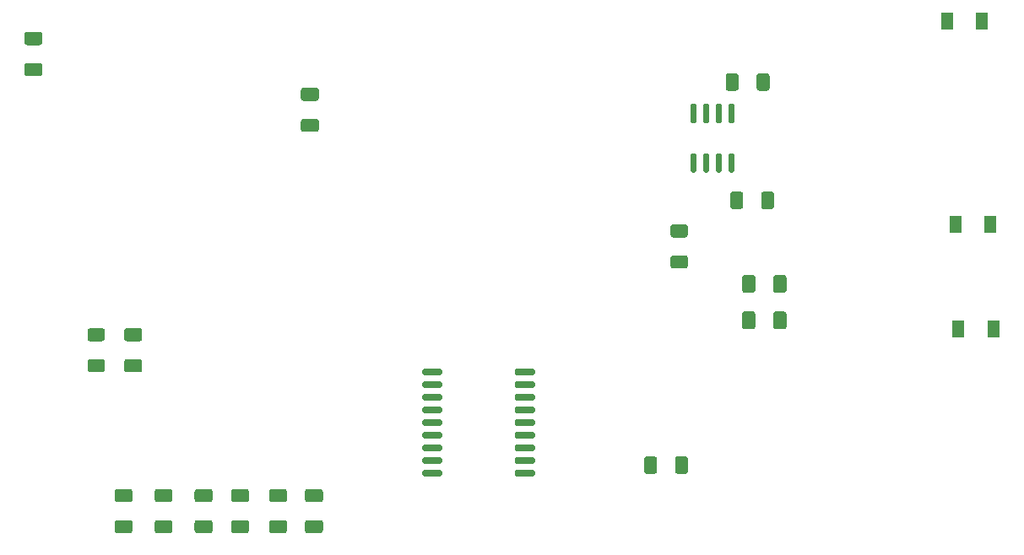
<source format=gbr>
%TF.GenerationSoftware,KiCad,Pcbnew,(5.1.10-1-10_14)*%
%TF.CreationDate,2022-01-10T15:26:04+01:00*%
%TF.ProjectId,E16 BMS Master,45313620-424d-4532-904d-61737465722e,rev?*%
%TF.SameCoordinates,Original*%
%TF.FileFunction,Paste,Bot*%
%TF.FilePolarity,Positive*%
%FSLAX46Y46*%
G04 Gerber Fmt 4.6, Leading zero omitted, Abs format (unit mm)*
G04 Created by KiCad (PCBNEW (5.1.10-1-10_14)) date 2022-01-10 15:26:04*
%MOMM*%
%LPD*%
G01*
G04 APERTURE LIST*
%ADD10R,1.300000X1.700000*%
G04 APERTURE END LIST*
%TO.C,C12*%
G36*
G01*
X112003601Y-112333200D02*
X110703599Y-112333200D01*
G75*
G02*
X110453600Y-112083201I0J249999D01*
G01*
X110453600Y-111258199D01*
G75*
G02*
X110703599Y-111008200I249999J0D01*
G01*
X112003601Y-111008200D01*
G75*
G02*
X112253600Y-111258199I0J-249999D01*
G01*
X112253600Y-112083201D01*
G75*
G02*
X112003601Y-112333200I-249999J0D01*
G01*
G37*
G36*
G01*
X112003601Y-115458200D02*
X110703599Y-115458200D01*
G75*
G02*
X110453600Y-115208201I0J249999D01*
G01*
X110453600Y-114383199D01*
G75*
G02*
X110703599Y-114133200I249999J0D01*
G01*
X112003601Y-114133200D01*
G75*
G02*
X112253600Y-114383199I0J-249999D01*
G01*
X112253600Y-115208201D01*
G75*
G02*
X112003601Y-115458200I-249999J0D01*
G01*
G37*
%TD*%
%TO.C,U5*%
G36*
G01*
X152381800Y-144985600D02*
X152381800Y-145285600D01*
G75*
G02*
X152231800Y-145435600I-150000J0D01*
G01*
X150481800Y-145435600D01*
G75*
G02*
X150331800Y-145285600I0J150000D01*
G01*
X150331800Y-144985600D01*
G75*
G02*
X150481800Y-144835600I150000J0D01*
G01*
X152231800Y-144835600D01*
G75*
G02*
X152381800Y-144985600I0J-150000D01*
G01*
G37*
G36*
G01*
X152381800Y-146255600D02*
X152381800Y-146555600D01*
G75*
G02*
X152231800Y-146705600I-150000J0D01*
G01*
X150481800Y-146705600D01*
G75*
G02*
X150331800Y-146555600I0J150000D01*
G01*
X150331800Y-146255600D01*
G75*
G02*
X150481800Y-146105600I150000J0D01*
G01*
X152231800Y-146105600D01*
G75*
G02*
X152381800Y-146255600I0J-150000D01*
G01*
G37*
G36*
G01*
X152381800Y-147525600D02*
X152381800Y-147825600D01*
G75*
G02*
X152231800Y-147975600I-150000J0D01*
G01*
X150481800Y-147975600D01*
G75*
G02*
X150331800Y-147825600I0J150000D01*
G01*
X150331800Y-147525600D01*
G75*
G02*
X150481800Y-147375600I150000J0D01*
G01*
X152231800Y-147375600D01*
G75*
G02*
X152381800Y-147525600I0J-150000D01*
G01*
G37*
G36*
G01*
X152381800Y-148795600D02*
X152381800Y-149095600D01*
G75*
G02*
X152231800Y-149245600I-150000J0D01*
G01*
X150481800Y-149245600D01*
G75*
G02*
X150331800Y-149095600I0J150000D01*
G01*
X150331800Y-148795600D01*
G75*
G02*
X150481800Y-148645600I150000J0D01*
G01*
X152231800Y-148645600D01*
G75*
G02*
X152381800Y-148795600I0J-150000D01*
G01*
G37*
G36*
G01*
X152381800Y-150065600D02*
X152381800Y-150365600D01*
G75*
G02*
X152231800Y-150515600I-150000J0D01*
G01*
X150481800Y-150515600D01*
G75*
G02*
X150331800Y-150365600I0J150000D01*
G01*
X150331800Y-150065600D01*
G75*
G02*
X150481800Y-149915600I150000J0D01*
G01*
X152231800Y-149915600D01*
G75*
G02*
X152381800Y-150065600I0J-150000D01*
G01*
G37*
G36*
G01*
X152381800Y-151335600D02*
X152381800Y-151635600D01*
G75*
G02*
X152231800Y-151785600I-150000J0D01*
G01*
X150481800Y-151785600D01*
G75*
G02*
X150331800Y-151635600I0J150000D01*
G01*
X150331800Y-151335600D01*
G75*
G02*
X150481800Y-151185600I150000J0D01*
G01*
X152231800Y-151185600D01*
G75*
G02*
X152381800Y-151335600I0J-150000D01*
G01*
G37*
G36*
G01*
X152381800Y-152605600D02*
X152381800Y-152905600D01*
G75*
G02*
X152231800Y-153055600I-150000J0D01*
G01*
X150481800Y-153055600D01*
G75*
G02*
X150331800Y-152905600I0J150000D01*
G01*
X150331800Y-152605600D01*
G75*
G02*
X150481800Y-152455600I150000J0D01*
G01*
X152231800Y-152455600D01*
G75*
G02*
X152381800Y-152605600I0J-150000D01*
G01*
G37*
G36*
G01*
X152381800Y-153875600D02*
X152381800Y-154175600D01*
G75*
G02*
X152231800Y-154325600I-150000J0D01*
G01*
X150481800Y-154325600D01*
G75*
G02*
X150331800Y-154175600I0J150000D01*
G01*
X150331800Y-153875600D01*
G75*
G02*
X150481800Y-153725600I150000J0D01*
G01*
X152231800Y-153725600D01*
G75*
G02*
X152381800Y-153875600I0J-150000D01*
G01*
G37*
G36*
G01*
X152381800Y-155145600D02*
X152381800Y-155445600D01*
G75*
G02*
X152231800Y-155595600I-150000J0D01*
G01*
X150481800Y-155595600D01*
G75*
G02*
X150331800Y-155445600I0J150000D01*
G01*
X150331800Y-155145600D01*
G75*
G02*
X150481800Y-154995600I150000J0D01*
G01*
X152231800Y-154995600D01*
G75*
G02*
X152381800Y-155145600I0J-150000D01*
G01*
G37*
G36*
G01*
X161681800Y-155145600D02*
X161681800Y-155445600D01*
G75*
G02*
X161531800Y-155595600I-150000J0D01*
G01*
X159781800Y-155595600D01*
G75*
G02*
X159631800Y-155445600I0J150000D01*
G01*
X159631800Y-155145600D01*
G75*
G02*
X159781800Y-154995600I150000J0D01*
G01*
X161531800Y-154995600D01*
G75*
G02*
X161681800Y-155145600I0J-150000D01*
G01*
G37*
G36*
G01*
X161681800Y-153875600D02*
X161681800Y-154175600D01*
G75*
G02*
X161531800Y-154325600I-150000J0D01*
G01*
X159781800Y-154325600D01*
G75*
G02*
X159631800Y-154175600I0J150000D01*
G01*
X159631800Y-153875600D01*
G75*
G02*
X159781800Y-153725600I150000J0D01*
G01*
X161531800Y-153725600D01*
G75*
G02*
X161681800Y-153875600I0J-150000D01*
G01*
G37*
G36*
G01*
X161681800Y-152605600D02*
X161681800Y-152905600D01*
G75*
G02*
X161531800Y-153055600I-150000J0D01*
G01*
X159781800Y-153055600D01*
G75*
G02*
X159631800Y-152905600I0J150000D01*
G01*
X159631800Y-152605600D01*
G75*
G02*
X159781800Y-152455600I150000J0D01*
G01*
X161531800Y-152455600D01*
G75*
G02*
X161681800Y-152605600I0J-150000D01*
G01*
G37*
G36*
G01*
X161681800Y-151335600D02*
X161681800Y-151635600D01*
G75*
G02*
X161531800Y-151785600I-150000J0D01*
G01*
X159781800Y-151785600D01*
G75*
G02*
X159631800Y-151635600I0J150000D01*
G01*
X159631800Y-151335600D01*
G75*
G02*
X159781800Y-151185600I150000J0D01*
G01*
X161531800Y-151185600D01*
G75*
G02*
X161681800Y-151335600I0J-150000D01*
G01*
G37*
G36*
G01*
X161681800Y-150065600D02*
X161681800Y-150365600D01*
G75*
G02*
X161531800Y-150515600I-150000J0D01*
G01*
X159781800Y-150515600D01*
G75*
G02*
X159631800Y-150365600I0J150000D01*
G01*
X159631800Y-150065600D01*
G75*
G02*
X159781800Y-149915600I150000J0D01*
G01*
X161531800Y-149915600D01*
G75*
G02*
X161681800Y-150065600I0J-150000D01*
G01*
G37*
G36*
G01*
X161681800Y-148795600D02*
X161681800Y-149095600D01*
G75*
G02*
X161531800Y-149245600I-150000J0D01*
G01*
X159781800Y-149245600D01*
G75*
G02*
X159631800Y-149095600I0J150000D01*
G01*
X159631800Y-148795600D01*
G75*
G02*
X159781800Y-148645600I150000J0D01*
G01*
X161531800Y-148645600D01*
G75*
G02*
X161681800Y-148795600I0J-150000D01*
G01*
G37*
G36*
G01*
X161681800Y-147525600D02*
X161681800Y-147825600D01*
G75*
G02*
X161531800Y-147975600I-150000J0D01*
G01*
X159781800Y-147975600D01*
G75*
G02*
X159631800Y-147825600I0J150000D01*
G01*
X159631800Y-147525600D01*
G75*
G02*
X159781800Y-147375600I150000J0D01*
G01*
X161531800Y-147375600D01*
G75*
G02*
X161681800Y-147525600I0J-150000D01*
G01*
G37*
G36*
G01*
X161681800Y-146255600D02*
X161681800Y-146555600D01*
G75*
G02*
X161531800Y-146705600I-150000J0D01*
G01*
X159781800Y-146705600D01*
G75*
G02*
X159631800Y-146555600I0J150000D01*
G01*
X159631800Y-146255600D01*
G75*
G02*
X159781800Y-146105600I150000J0D01*
G01*
X161531800Y-146105600D01*
G75*
G02*
X161681800Y-146255600I0J-150000D01*
G01*
G37*
G36*
G01*
X161681800Y-144985600D02*
X161681800Y-145285600D01*
G75*
G02*
X161531800Y-145435600I-150000J0D01*
G01*
X159781800Y-145435600D01*
G75*
G02*
X159631800Y-145285600I0J150000D01*
G01*
X159631800Y-144985600D01*
G75*
G02*
X159781800Y-144835600I150000J0D01*
G01*
X161531800Y-144835600D01*
G75*
G02*
X161681800Y-144985600I0J-150000D01*
G01*
G37*
%TD*%
%TO.C,U4*%
G36*
G01*
X181531400Y-120166000D02*
X181231400Y-120166000D01*
G75*
G02*
X181081400Y-120016000I0J150000D01*
G01*
X181081400Y-118366000D01*
G75*
G02*
X181231400Y-118216000I150000J0D01*
G01*
X181531400Y-118216000D01*
G75*
G02*
X181681400Y-118366000I0J-150000D01*
G01*
X181681400Y-120016000D01*
G75*
G02*
X181531400Y-120166000I-150000J0D01*
G01*
G37*
G36*
G01*
X180261400Y-120166000D02*
X179961400Y-120166000D01*
G75*
G02*
X179811400Y-120016000I0J150000D01*
G01*
X179811400Y-118366000D01*
G75*
G02*
X179961400Y-118216000I150000J0D01*
G01*
X180261400Y-118216000D01*
G75*
G02*
X180411400Y-118366000I0J-150000D01*
G01*
X180411400Y-120016000D01*
G75*
G02*
X180261400Y-120166000I-150000J0D01*
G01*
G37*
G36*
G01*
X178991400Y-120166000D02*
X178691400Y-120166000D01*
G75*
G02*
X178541400Y-120016000I0J150000D01*
G01*
X178541400Y-118366000D01*
G75*
G02*
X178691400Y-118216000I150000J0D01*
G01*
X178991400Y-118216000D01*
G75*
G02*
X179141400Y-118366000I0J-150000D01*
G01*
X179141400Y-120016000D01*
G75*
G02*
X178991400Y-120166000I-150000J0D01*
G01*
G37*
G36*
G01*
X177721400Y-120166000D02*
X177421400Y-120166000D01*
G75*
G02*
X177271400Y-120016000I0J150000D01*
G01*
X177271400Y-118366000D01*
G75*
G02*
X177421400Y-118216000I150000J0D01*
G01*
X177721400Y-118216000D01*
G75*
G02*
X177871400Y-118366000I0J-150000D01*
G01*
X177871400Y-120016000D01*
G75*
G02*
X177721400Y-120166000I-150000J0D01*
G01*
G37*
G36*
G01*
X177721400Y-125116000D02*
X177421400Y-125116000D01*
G75*
G02*
X177271400Y-124966000I0J150000D01*
G01*
X177271400Y-123316000D01*
G75*
G02*
X177421400Y-123166000I150000J0D01*
G01*
X177721400Y-123166000D01*
G75*
G02*
X177871400Y-123316000I0J-150000D01*
G01*
X177871400Y-124966000D01*
G75*
G02*
X177721400Y-125116000I-150000J0D01*
G01*
G37*
G36*
G01*
X178991400Y-125116000D02*
X178691400Y-125116000D01*
G75*
G02*
X178541400Y-124966000I0J150000D01*
G01*
X178541400Y-123316000D01*
G75*
G02*
X178691400Y-123166000I150000J0D01*
G01*
X178991400Y-123166000D01*
G75*
G02*
X179141400Y-123316000I0J-150000D01*
G01*
X179141400Y-124966000D01*
G75*
G02*
X178991400Y-125116000I-150000J0D01*
G01*
G37*
G36*
G01*
X180261400Y-125116000D02*
X179961400Y-125116000D01*
G75*
G02*
X179811400Y-124966000I0J150000D01*
G01*
X179811400Y-123316000D01*
G75*
G02*
X179961400Y-123166000I150000J0D01*
G01*
X180261400Y-123166000D01*
G75*
G02*
X180411400Y-123316000I0J-150000D01*
G01*
X180411400Y-124966000D01*
G75*
G02*
X180261400Y-125116000I-150000J0D01*
G01*
G37*
G36*
G01*
X181531400Y-125116000D02*
X181231400Y-125116000D01*
G75*
G02*
X181081400Y-124966000I0J150000D01*
G01*
X181081400Y-123316000D01*
G75*
G02*
X181231400Y-123166000I150000J0D01*
G01*
X181531400Y-123166000D01*
G75*
G02*
X181681400Y-123316000I0J-150000D01*
G01*
X181681400Y-124966000D01*
G75*
G02*
X181531400Y-125116000I-150000J0D01*
G01*
G37*
%TD*%
%TO.C,R14*%
G36*
G01*
X117027800Y-143851200D02*
X118277800Y-143851200D01*
G75*
G02*
X118527800Y-144101200I0J-250000D01*
G01*
X118527800Y-144901200D01*
G75*
G02*
X118277800Y-145151200I-250000J0D01*
G01*
X117027800Y-145151200D01*
G75*
G02*
X116777800Y-144901200I0J250000D01*
G01*
X116777800Y-144101200D01*
G75*
G02*
X117027800Y-143851200I250000J0D01*
G01*
G37*
G36*
G01*
X117027800Y-140751200D02*
X118277800Y-140751200D01*
G75*
G02*
X118527800Y-141001200I0J-250000D01*
G01*
X118527800Y-141801200D01*
G75*
G02*
X118277800Y-142051200I-250000J0D01*
G01*
X117027800Y-142051200D01*
G75*
G02*
X116777800Y-141801200I0J250000D01*
G01*
X116777800Y-141001200D01*
G75*
G02*
X117027800Y-140751200I250000J0D01*
G01*
G37*
%TD*%
%TO.C,R12*%
G36*
G01*
X183881600Y-116652200D02*
X183881600Y-115402200D01*
G75*
G02*
X184131600Y-115152200I250000J0D01*
G01*
X184931600Y-115152200D01*
G75*
G02*
X185181600Y-115402200I0J-250000D01*
G01*
X185181600Y-116652200D01*
G75*
G02*
X184931600Y-116902200I-250000J0D01*
G01*
X184131600Y-116902200D01*
G75*
G02*
X183881600Y-116652200I0J250000D01*
G01*
G37*
G36*
G01*
X180781600Y-116652200D02*
X180781600Y-115402200D01*
G75*
G02*
X181031600Y-115152200I250000J0D01*
G01*
X181831600Y-115152200D01*
G75*
G02*
X182081600Y-115402200I0J-250000D01*
G01*
X182081600Y-116652200D01*
G75*
G02*
X181831600Y-116902200I-250000J0D01*
G01*
X181031600Y-116902200D01*
G75*
G02*
X180781600Y-116652200I0J250000D01*
G01*
G37*
%TD*%
%TO.C,R11*%
G36*
G01*
X184338800Y-128539400D02*
X184338800Y-127289400D01*
G75*
G02*
X184588800Y-127039400I250000J0D01*
G01*
X185388800Y-127039400D01*
G75*
G02*
X185638800Y-127289400I0J-250000D01*
G01*
X185638800Y-128539400D01*
G75*
G02*
X185388800Y-128789400I-250000J0D01*
G01*
X184588800Y-128789400D01*
G75*
G02*
X184338800Y-128539400I0J250000D01*
G01*
G37*
G36*
G01*
X181238800Y-128539400D02*
X181238800Y-127289400D01*
G75*
G02*
X181488800Y-127039400I250000J0D01*
G01*
X182288800Y-127039400D01*
G75*
G02*
X182538800Y-127289400I0J-250000D01*
G01*
X182538800Y-128539400D01*
G75*
G02*
X182288800Y-128789400I-250000J0D01*
G01*
X181488800Y-128789400D01*
G75*
G02*
X181238800Y-128539400I0J250000D01*
G01*
G37*
%TD*%
%TO.C,R10*%
G36*
G01*
X175498600Y-133437200D02*
X176748600Y-133437200D01*
G75*
G02*
X176998600Y-133687200I0J-250000D01*
G01*
X176998600Y-134487200D01*
G75*
G02*
X176748600Y-134737200I-250000J0D01*
G01*
X175498600Y-134737200D01*
G75*
G02*
X175248600Y-134487200I0J250000D01*
G01*
X175248600Y-133687200D01*
G75*
G02*
X175498600Y-133437200I250000J0D01*
G01*
G37*
G36*
G01*
X175498600Y-130337200D02*
X176748600Y-130337200D01*
G75*
G02*
X176998600Y-130587200I0J-250000D01*
G01*
X176998600Y-131387200D01*
G75*
G02*
X176748600Y-131637200I-250000J0D01*
G01*
X175498600Y-131637200D01*
G75*
G02*
X175248600Y-131387200I0J250000D01*
G01*
X175248600Y-130587200D01*
G75*
G02*
X175498600Y-130337200I250000J0D01*
G01*
G37*
%TD*%
%TO.C,R8*%
G36*
G01*
X173902800Y-153857800D02*
X173902800Y-155107800D01*
G75*
G02*
X173652800Y-155357800I-250000J0D01*
G01*
X172852800Y-155357800D01*
G75*
G02*
X172602800Y-155107800I0J250000D01*
G01*
X172602800Y-153857800D01*
G75*
G02*
X172852800Y-153607800I250000J0D01*
G01*
X173652800Y-153607800D01*
G75*
G02*
X173902800Y-153857800I0J-250000D01*
G01*
G37*
G36*
G01*
X177002800Y-153857800D02*
X177002800Y-155107800D01*
G75*
G02*
X176752800Y-155357800I-250000J0D01*
G01*
X175952800Y-155357800D01*
G75*
G02*
X175702800Y-155107800I0J250000D01*
G01*
X175702800Y-153857800D01*
G75*
G02*
X175952800Y-153607800I250000J0D01*
G01*
X176752800Y-153607800D01*
G75*
G02*
X177002800Y-153857800I0J-250000D01*
G01*
G37*
%TD*%
D10*
%TO.C,D3*%
X207642400Y-140817600D03*
X204142400Y-140817600D03*
%TD*%
%TO.C,D2*%
X207337600Y-130352800D03*
X203837600Y-130352800D03*
%TD*%
%TO.C,D1*%
X206474000Y-109931200D03*
X202974000Y-109931200D03*
%TD*%
%TO.C,C11*%
G36*
G01*
X135239999Y-160005600D02*
X136540001Y-160005600D01*
G75*
G02*
X136790000Y-160255599I0J-249999D01*
G01*
X136790000Y-161080601D01*
G75*
G02*
X136540001Y-161330600I-249999J0D01*
G01*
X135239999Y-161330600D01*
G75*
G02*
X134990000Y-161080601I0J249999D01*
G01*
X134990000Y-160255599D01*
G75*
G02*
X135239999Y-160005600I249999J0D01*
G01*
G37*
G36*
G01*
X135239999Y-156880600D02*
X136540001Y-156880600D01*
G75*
G02*
X136790000Y-157130599I0J-249999D01*
G01*
X136790000Y-157955601D01*
G75*
G02*
X136540001Y-158205600I-249999J0D01*
G01*
X135239999Y-158205600D01*
G75*
G02*
X134990000Y-157955601I0J249999D01*
G01*
X134990000Y-157130599D01*
G75*
G02*
X135239999Y-156880600I249999J0D01*
G01*
G37*
%TD*%
%TO.C,C10*%
G36*
G01*
X122011201Y-142051200D02*
X120711199Y-142051200D01*
G75*
G02*
X120461200Y-141801201I0J249999D01*
G01*
X120461200Y-140976199D01*
G75*
G02*
X120711199Y-140726200I249999J0D01*
G01*
X122011201Y-140726200D01*
G75*
G02*
X122261200Y-140976199I0J-249999D01*
G01*
X122261200Y-141801201D01*
G75*
G02*
X122011201Y-142051200I-249999J0D01*
G01*
G37*
G36*
G01*
X122011201Y-145176200D02*
X120711199Y-145176200D01*
G75*
G02*
X120461200Y-144926201I0J249999D01*
G01*
X120461200Y-144101199D01*
G75*
G02*
X120711199Y-143851200I249999J0D01*
G01*
X122011201Y-143851200D01*
G75*
G02*
X122261200Y-144101199I0J-249999D01*
G01*
X122261200Y-144926201D01*
G75*
G02*
X122011201Y-145176200I-249999J0D01*
G01*
G37*
%TD*%
%TO.C,C9*%
G36*
G01*
X119745999Y-160005600D02*
X121046001Y-160005600D01*
G75*
G02*
X121296000Y-160255599I0J-249999D01*
G01*
X121296000Y-161080601D01*
G75*
G02*
X121046001Y-161330600I-249999J0D01*
G01*
X119745999Y-161330600D01*
G75*
G02*
X119496000Y-161080601I0J249999D01*
G01*
X119496000Y-160255599D01*
G75*
G02*
X119745999Y-160005600I249999J0D01*
G01*
G37*
G36*
G01*
X119745999Y-156880600D02*
X121046001Y-156880600D01*
G75*
G02*
X121296000Y-157130599I0J-249999D01*
G01*
X121296000Y-157955601D01*
G75*
G02*
X121046001Y-158205600I-249999J0D01*
G01*
X119745999Y-158205600D01*
G75*
G02*
X119496000Y-157955601I0J249999D01*
G01*
X119496000Y-157130599D01*
G75*
G02*
X119745999Y-156880600I249999J0D01*
G01*
G37*
%TD*%
%TO.C,C8*%
G36*
G01*
X131429999Y-160005600D02*
X132730001Y-160005600D01*
G75*
G02*
X132980000Y-160255599I0J-249999D01*
G01*
X132980000Y-161080601D01*
G75*
G02*
X132730001Y-161330600I-249999J0D01*
G01*
X131429999Y-161330600D01*
G75*
G02*
X131180000Y-161080601I0J249999D01*
G01*
X131180000Y-160255599D01*
G75*
G02*
X131429999Y-160005600I249999J0D01*
G01*
G37*
G36*
G01*
X131429999Y-156880600D02*
X132730001Y-156880600D01*
G75*
G02*
X132980000Y-157130599I0J-249999D01*
G01*
X132980000Y-157955601D01*
G75*
G02*
X132730001Y-158205600I-249999J0D01*
G01*
X131429999Y-158205600D01*
G75*
G02*
X131180000Y-157955601I0J249999D01*
G01*
X131180000Y-157130599D01*
G75*
G02*
X131429999Y-156880600I249999J0D01*
G01*
G37*
%TD*%
%TO.C,C7*%
G36*
G01*
X138846799Y-160005600D02*
X140146801Y-160005600D01*
G75*
G02*
X140396800Y-160255599I0J-249999D01*
G01*
X140396800Y-161080601D01*
G75*
G02*
X140146801Y-161330600I-249999J0D01*
G01*
X138846799Y-161330600D01*
G75*
G02*
X138596800Y-161080601I0J249999D01*
G01*
X138596800Y-160255599D01*
G75*
G02*
X138846799Y-160005600I249999J0D01*
G01*
G37*
G36*
G01*
X138846799Y-156880600D02*
X140146801Y-156880600D01*
G75*
G02*
X140396800Y-157130599I0J-249999D01*
G01*
X140396800Y-157955601D01*
G75*
G02*
X140146801Y-158205600I-249999J0D01*
G01*
X138846799Y-158205600D01*
G75*
G02*
X138596800Y-157955601I0J249999D01*
G01*
X138596800Y-157130599D01*
G75*
G02*
X138846799Y-156880600I249999J0D01*
G01*
G37*
%TD*%
%TO.C,C6*%
G36*
G01*
X185558000Y-140604001D02*
X185558000Y-139303999D01*
G75*
G02*
X185807999Y-139054000I249999J0D01*
G01*
X186633001Y-139054000D01*
G75*
G02*
X186883000Y-139303999I0J-249999D01*
G01*
X186883000Y-140604001D01*
G75*
G02*
X186633001Y-140854000I-249999J0D01*
G01*
X185807999Y-140854000D01*
G75*
G02*
X185558000Y-140604001I0J249999D01*
G01*
G37*
G36*
G01*
X182433000Y-140604001D02*
X182433000Y-139303999D01*
G75*
G02*
X182682999Y-139054000I249999J0D01*
G01*
X183508001Y-139054000D01*
G75*
G02*
X183758000Y-139303999I0J-249999D01*
G01*
X183758000Y-140604001D01*
G75*
G02*
X183508001Y-140854000I-249999J0D01*
G01*
X182682999Y-140854000D01*
G75*
G02*
X182433000Y-140604001I0J249999D01*
G01*
G37*
%TD*%
%TO.C,C5*%
G36*
G01*
X185558000Y-136946401D02*
X185558000Y-135646399D01*
G75*
G02*
X185807999Y-135396400I249999J0D01*
G01*
X186633001Y-135396400D01*
G75*
G02*
X186883000Y-135646399I0J-249999D01*
G01*
X186883000Y-136946401D01*
G75*
G02*
X186633001Y-137196400I-249999J0D01*
G01*
X185807999Y-137196400D01*
G75*
G02*
X185558000Y-136946401I0J249999D01*
G01*
G37*
G36*
G01*
X182433000Y-136946401D02*
X182433000Y-135646399D01*
G75*
G02*
X182682999Y-135396400I249999J0D01*
G01*
X183508001Y-135396400D01*
G75*
G02*
X183758000Y-135646399I0J-249999D01*
G01*
X183758000Y-136946401D01*
G75*
G02*
X183508001Y-137196400I-249999J0D01*
G01*
X182682999Y-137196400D01*
G75*
G02*
X182433000Y-136946401I0J249999D01*
G01*
G37*
%TD*%
%TO.C,C3*%
G36*
G01*
X139740401Y-117921200D02*
X138440399Y-117921200D01*
G75*
G02*
X138190400Y-117671201I0J249999D01*
G01*
X138190400Y-116846199D01*
G75*
G02*
X138440399Y-116596200I249999J0D01*
G01*
X139740401Y-116596200D01*
G75*
G02*
X139990400Y-116846199I0J-249999D01*
G01*
X139990400Y-117671201D01*
G75*
G02*
X139740401Y-117921200I-249999J0D01*
G01*
G37*
G36*
G01*
X139740401Y-121046200D02*
X138440399Y-121046200D01*
G75*
G02*
X138190400Y-120796201I0J249999D01*
G01*
X138190400Y-119971199D01*
G75*
G02*
X138440399Y-119721200I249999J0D01*
G01*
X139740401Y-119721200D01*
G75*
G02*
X139990400Y-119971199I0J-249999D01*
G01*
X139990400Y-120796201D01*
G75*
G02*
X139740401Y-121046200I-249999J0D01*
G01*
G37*
%TD*%
%TO.C,C2*%
G36*
G01*
X127772399Y-160005600D02*
X129072401Y-160005600D01*
G75*
G02*
X129322400Y-160255599I0J-249999D01*
G01*
X129322400Y-161080601D01*
G75*
G02*
X129072401Y-161330600I-249999J0D01*
G01*
X127772399Y-161330600D01*
G75*
G02*
X127522400Y-161080601I0J249999D01*
G01*
X127522400Y-160255599D01*
G75*
G02*
X127772399Y-160005600I249999J0D01*
G01*
G37*
G36*
G01*
X127772399Y-156880600D02*
X129072401Y-156880600D01*
G75*
G02*
X129322400Y-157130599I0J-249999D01*
G01*
X129322400Y-157955601D01*
G75*
G02*
X129072401Y-158205600I-249999J0D01*
G01*
X127772399Y-158205600D01*
G75*
G02*
X127522400Y-157955601I0J249999D01*
G01*
X127522400Y-157130599D01*
G75*
G02*
X127772399Y-156880600I249999J0D01*
G01*
G37*
%TD*%
%TO.C,C1*%
G36*
G01*
X123759199Y-160005600D02*
X125059201Y-160005600D01*
G75*
G02*
X125309200Y-160255599I0J-249999D01*
G01*
X125309200Y-161080601D01*
G75*
G02*
X125059201Y-161330600I-249999J0D01*
G01*
X123759199Y-161330600D01*
G75*
G02*
X123509200Y-161080601I0J249999D01*
G01*
X123509200Y-160255599D01*
G75*
G02*
X123759199Y-160005600I249999J0D01*
G01*
G37*
G36*
G01*
X123759199Y-156880600D02*
X125059201Y-156880600D01*
G75*
G02*
X125309200Y-157130599I0J-249999D01*
G01*
X125309200Y-157955601D01*
G75*
G02*
X125059201Y-158205600I-249999J0D01*
G01*
X123759199Y-158205600D01*
G75*
G02*
X123509200Y-157955601I0J249999D01*
G01*
X123509200Y-157130599D01*
G75*
G02*
X123759199Y-156880600I249999J0D01*
G01*
G37*
%TD*%
M02*

</source>
